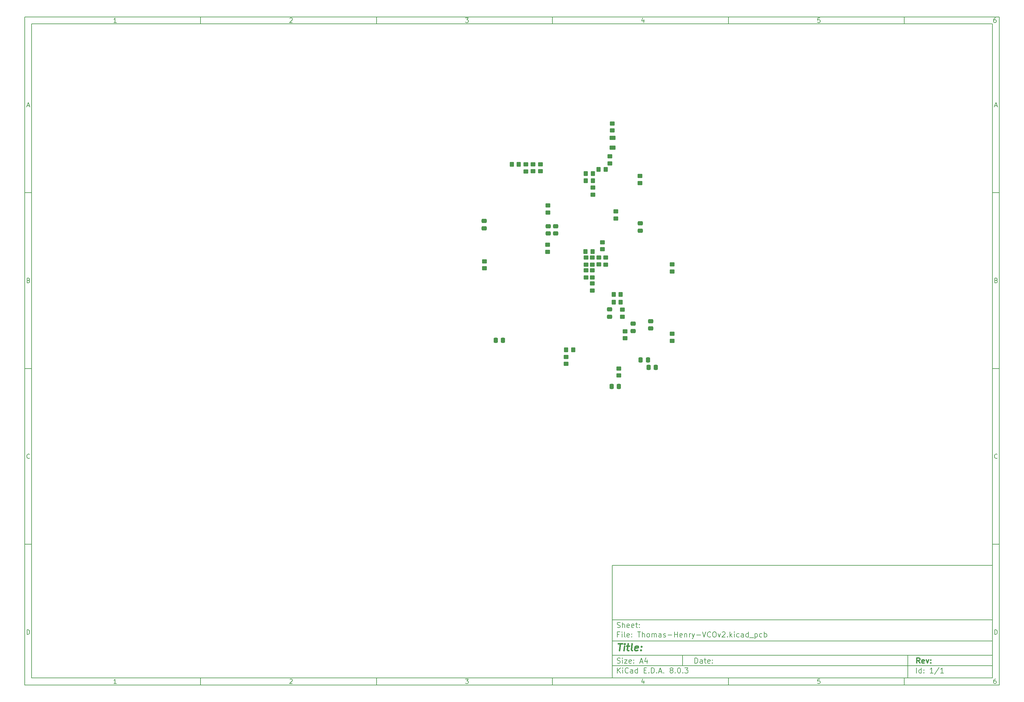
<source format=gbr>
%TF.GenerationSoftware,KiCad,Pcbnew,8.0.3*%
%TF.CreationDate,2024-12-05T20:13:47+00:00*%
%TF.ProjectId,Thomas-Henry-VCOv2,54686f6d-6173-42d4-9865-6e72792d5643,rev?*%
%TF.SameCoordinates,Original*%
%TF.FileFunction,Paste,Top*%
%TF.FilePolarity,Positive*%
%FSLAX46Y46*%
G04 Gerber Fmt 4.6, Leading zero omitted, Abs format (unit mm)*
G04 Created by KiCad (PCBNEW 8.0.3) date 2024-12-05 20:13:47*
%MOMM*%
%LPD*%
G01*
G04 APERTURE LIST*
G04 Aperture macros list*
%AMRoundRect*
0 Rectangle with rounded corners*
0 $1 Rounding radius*
0 $2 $3 $4 $5 $6 $7 $8 $9 X,Y pos of 4 corners*
0 Add a 4 corners polygon primitive as box body*
4,1,4,$2,$3,$4,$5,$6,$7,$8,$9,$2,$3,0*
0 Add four circle primitives for the rounded corners*
1,1,$1+$1,$2,$3*
1,1,$1+$1,$4,$5*
1,1,$1+$1,$6,$7*
1,1,$1+$1,$8,$9*
0 Add four rect primitives between the rounded corners*
20,1,$1+$1,$2,$3,$4,$5,0*
20,1,$1+$1,$4,$5,$6,$7,0*
20,1,$1+$1,$6,$7,$8,$9,0*
20,1,$1+$1,$8,$9,$2,$3,0*%
G04 Aperture macros list end*
%ADD10C,0.100000*%
%ADD11C,0.150000*%
%ADD12C,0.300000*%
%ADD13C,0.400000*%
%ADD14RoundRect,0.250000X-0.450000X0.350000X-0.450000X-0.350000X0.450000X-0.350000X0.450000X0.350000X0*%
%ADD15RoundRect,0.250000X0.350000X0.450000X-0.350000X0.450000X-0.350000X-0.450000X0.350000X-0.450000X0*%
%ADD16RoundRect,0.250000X0.450000X-0.350000X0.450000X0.350000X-0.450000X0.350000X-0.450000X-0.350000X0*%
%ADD17RoundRect,0.250000X0.475000X-0.337500X0.475000X0.337500X-0.475000X0.337500X-0.475000X-0.337500X0*%
%ADD18RoundRect,0.250000X-0.337500X-0.475000X0.337500X-0.475000X0.337500X0.475000X-0.337500X0.475000X0*%
%ADD19RoundRect,0.250000X-0.475000X0.337500X-0.475000X-0.337500X0.475000X-0.337500X0.475000X0.337500X0*%
%ADD20RoundRect,0.250000X0.337500X0.475000X-0.337500X0.475000X-0.337500X-0.475000X0.337500X-0.475000X0*%
%ADD21RoundRect,0.250000X0.625000X-0.375000X0.625000X0.375000X-0.625000X0.375000X-0.625000X-0.375000X0*%
G04 APERTURE END LIST*
D10*
D11*
X177002200Y-166007200D02*
X285002200Y-166007200D01*
X285002200Y-198007200D01*
X177002200Y-198007200D01*
X177002200Y-166007200D01*
D10*
D11*
X10000000Y-10000000D02*
X287002200Y-10000000D01*
X287002200Y-200007200D01*
X10000000Y-200007200D01*
X10000000Y-10000000D01*
D10*
D11*
X12000000Y-12000000D02*
X285002200Y-12000000D01*
X285002200Y-198007200D01*
X12000000Y-198007200D01*
X12000000Y-12000000D01*
D10*
D11*
X60000000Y-12000000D02*
X60000000Y-10000000D01*
D10*
D11*
X110000000Y-12000000D02*
X110000000Y-10000000D01*
D10*
D11*
X160000000Y-12000000D02*
X160000000Y-10000000D01*
D10*
D11*
X210000000Y-12000000D02*
X210000000Y-10000000D01*
D10*
D11*
X260000000Y-12000000D02*
X260000000Y-10000000D01*
D10*
D11*
X36089160Y-11593604D02*
X35346303Y-11593604D01*
X35717731Y-11593604D02*
X35717731Y-10293604D01*
X35717731Y-10293604D02*
X35593922Y-10479319D01*
X35593922Y-10479319D02*
X35470112Y-10603128D01*
X35470112Y-10603128D02*
X35346303Y-10665033D01*
D10*
D11*
X85346303Y-10417414D02*
X85408207Y-10355509D01*
X85408207Y-10355509D02*
X85532017Y-10293604D01*
X85532017Y-10293604D02*
X85841541Y-10293604D01*
X85841541Y-10293604D02*
X85965350Y-10355509D01*
X85965350Y-10355509D02*
X86027255Y-10417414D01*
X86027255Y-10417414D02*
X86089160Y-10541223D01*
X86089160Y-10541223D02*
X86089160Y-10665033D01*
X86089160Y-10665033D02*
X86027255Y-10850747D01*
X86027255Y-10850747D02*
X85284398Y-11593604D01*
X85284398Y-11593604D02*
X86089160Y-11593604D01*
D10*
D11*
X135284398Y-10293604D02*
X136089160Y-10293604D01*
X136089160Y-10293604D02*
X135655826Y-10788842D01*
X135655826Y-10788842D02*
X135841541Y-10788842D01*
X135841541Y-10788842D02*
X135965350Y-10850747D01*
X135965350Y-10850747D02*
X136027255Y-10912652D01*
X136027255Y-10912652D02*
X136089160Y-11036461D01*
X136089160Y-11036461D02*
X136089160Y-11345985D01*
X136089160Y-11345985D02*
X136027255Y-11469795D01*
X136027255Y-11469795D02*
X135965350Y-11531700D01*
X135965350Y-11531700D02*
X135841541Y-11593604D01*
X135841541Y-11593604D02*
X135470112Y-11593604D01*
X135470112Y-11593604D02*
X135346303Y-11531700D01*
X135346303Y-11531700D02*
X135284398Y-11469795D01*
D10*
D11*
X185965350Y-10726938D02*
X185965350Y-11593604D01*
X185655826Y-10231700D02*
X185346303Y-11160271D01*
X185346303Y-11160271D02*
X186151064Y-11160271D01*
D10*
D11*
X236027255Y-10293604D02*
X235408207Y-10293604D01*
X235408207Y-10293604D02*
X235346303Y-10912652D01*
X235346303Y-10912652D02*
X235408207Y-10850747D01*
X235408207Y-10850747D02*
X235532017Y-10788842D01*
X235532017Y-10788842D02*
X235841541Y-10788842D01*
X235841541Y-10788842D02*
X235965350Y-10850747D01*
X235965350Y-10850747D02*
X236027255Y-10912652D01*
X236027255Y-10912652D02*
X236089160Y-11036461D01*
X236089160Y-11036461D02*
X236089160Y-11345985D01*
X236089160Y-11345985D02*
X236027255Y-11469795D01*
X236027255Y-11469795D02*
X235965350Y-11531700D01*
X235965350Y-11531700D02*
X235841541Y-11593604D01*
X235841541Y-11593604D02*
X235532017Y-11593604D01*
X235532017Y-11593604D02*
X235408207Y-11531700D01*
X235408207Y-11531700D02*
X235346303Y-11469795D01*
D10*
D11*
X285965350Y-10293604D02*
X285717731Y-10293604D01*
X285717731Y-10293604D02*
X285593922Y-10355509D01*
X285593922Y-10355509D02*
X285532017Y-10417414D01*
X285532017Y-10417414D02*
X285408207Y-10603128D01*
X285408207Y-10603128D02*
X285346303Y-10850747D01*
X285346303Y-10850747D02*
X285346303Y-11345985D01*
X285346303Y-11345985D02*
X285408207Y-11469795D01*
X285408207Y-11469795D02*
X285470112Y-11531700D01*
X285470112Y-11531700D02*
X285593922Y-11593604D01*
X285593922Y-11593604D02*
X285841541Y-11593604D01*
X285841541Y-11593604D02*
X285965350Y-11531700D01*
X285965350Y-11531700D02*
X286027255Y-11469795D01*
X286027255Y-11469795D02*
X286089160Y-11345985D01*
X286089160Y-11345985D02*
X286089160Y-11036461D01*
X286089160Y-11036461D02*
X286027255Y-10912652D01*
X286027255Y-10912652D02*
X285965350Y-10850747D01*
X285965350Y-10850747D02*
X285841541Y-10788842D01*
X285841541Y-10788842D02*
X285593922Y-10788842D01*
X285593922Y-10788842D02*
X285470112Y-10850747D01*
X285470112Y-10850747D02*
X285408207Y-10912652D01*
X285408207Y-10912652D02*
X285346303Y-11036461D01*
D10*
D11*
X60000000Y-198007200D02*
X60000000Y-200007200D01*
D10*
D11*
X110000000Y-198007200D02*
X110000000Y-200007200D01*
D10*
D11*
X160000000Y-198007200D02*
X160000000Y-200007200D01*
D10*
D11*
X210000000Y-198007200D02*
X210000000Y-200007200D01*
D10*
D11*
X260000000Y-198007200D02*
X260000000Y-200007200D01*
D10*
D11*
X36089160Y-199600804D02*
X35346303Y-199600804D01*
X35717731Y-199600804D02*
X35717731Y-198300804D01*
X35717731Y-198300804D02*
X35593922Y-198486519D01*
X35593922Y-198486519D02*
X35470112Y-198610328D01*
X35470112Y-198610328D02*
X35346303Y-198672233D01*
D10*
D11*
X85346303Y-198424614D02*
X85408207Y-198362709D01*
X85408207Y-198362709D02*
X85532017Y-198300804D01*
X85532017Y-198300804D02*
X85841541Y-198300804D01*
X85841541Y-198300804D02*
X85965350Y-198362709D01*
X85965350Y-198362709D02*
X86027255Y-198424614D01*
X86027255Y-198424614D02*
X86089160Y-198548423D01*
X86089160Y-198548423D02*
X86089160Y-198672233D01*
X86089160Y-198672233D02*
X86027255Y-198857947D01*
X86027255Y-198857947D02*
X85284398Y-199600804D01*
X85284398Y-199600804D02*
X86089160Y-199600804D01*
D10*
D11*
X135284398Y-198300804D02*
X136089160Y-198300804D01*
X136089160Y-198300804D02*
X135655826Y-198796042D01*
X135655826Y-198796042D02*
X135841541Y-198796042D01*
X135841541Y-198796042D02*
X135965350Y-198857947D01*
X135965350Y-198857947D02*
X136027255Y-198919852D01*
X136027255Y-198919852D02*
X136089160Y-199043661D01*
X136089160Y-199043661D02*
X136089160Y-199353185D01*
X136089160Y-199353185D02*
X136027255Y-199476995D01*
X136027255Y-199476995D02*
X135965350Y-199538900D01*
X135965350Y-199538900D02*
X135841541Y-199600804D01*
X135841541Y-199600804D02*
X135470112Y-199600804D01*
X135470112Y-199600804D02*
X135346303Y-199538900D01*
X135346303Y-199538900D02*
X135284398Y-199476995D01*
D10*
D11*
X185965350Y-198734138D02*
X185965350Y-199600804D01*
X185655826Y-198238900D02*
X185346303Y-199167471D01*
X185346303Y-199167471D02*
X186151064Y-199167471D01*
D10*
D11*
X236027255Y-198300804D02*
X235408207Y-198300804D01*
X235408207Y-198300804D02*
X235346303Y-198919852D01*
X235346303Y-198919852D02*
X235408207Y-198857947D01*
X235408207Y-198857947D02*
X235532017Y-198796042D01*
X235532017Y-198796042D02*
X235841541Y-198796042D01*
X235841541Y-198796042D02*
X235965350Y-198857947D01*
X235965350Y-198857947D02*
X236027255Y-198919852D01*
X236027255Y-198919852D02*
X236089160Y-199043661D01*
X236089160Y-199043661D02*
X236089160Y-199353185D01*
X236089160Y-199353185D02*
X236027255Y-199476995D01*
X236027255Y-199476995D02*
X235965350Y-199538900D01*
X235965350Y-199538900D02*
X235841541Y-199600804D01*
X235841541Y-199600804D02*
X235532017Y-199600804D01*
X235532017Y-199600804D02*
X235408207Y-199538900D01*
X235408207Y-199538900D02*
X235346303Y-199476995D01*
D10*
D11*
X285965350Y-198300804D02*
X285717731Y-198300804D01*
X285717731Y-198300804D02*
X285593922Y-198362709D01*
X285593922Y-198362709D02*
X285532017Y-198424614D01*
X285532017Y-198424614D02*
X285408207Y-198610328D01*
X285408207Y-198610328D02*
X285346303Y-198857947D01*
X285346303Y-198857947D02*
X285346303Y-199353185D01*
X285346303Y-199353185D02*
X285408207Y-199476995D01*
X285408207Y-199476995D02*
X285470112Y-199538900D01*
X285470112Y-199538900D02*
X285593922Y-199600804D01*
X285593922Y-199600804D02*
X285841541Y-199600804D01*
X285841541Y-199600804D02*
X285965350Y-199538900D01*
X285965350Y-199538900D02*
X286027255Y-199476995D01*
X286027255Y-199476995D02*
X286089160Y-199353185D01*
X286089160Y-199353185D02*
X286089160Y-199043661D01*
X286089160Y-199043661D02*
X286027255Y-198919852D01*
X286027255Y-198919852D02*
X285965350Y-198857947D01*
X285965350Y-198857947D02*
X285841541Y-198796042D01*
X285841541Y-198796042D02*
X285593922Y-198796042D01*
X285593922Y-198796042D02*
X285470112Y-198857947D01*
X285470112Y-198857947D02*
X285408207Y-198919852D01*
X285408207Y-198919852D02*
X285346303Y-199043661D01*
D10*
D11*
X10000000Y-60000000D02*
X12000000Y-60000000D01*
D10*
D11*
X10000000Y-110000000D02*
X12000000Y-110000000D01*
D10*
D11*
X10000000Y-160000000D02*
X12000000Y-160000000D01*
D10*
D11*
X10690476Y-35222176D02*
X11309523Y-35222176D01*
X10566666Y-35593604D02*
X10999999Y-34293604D01*
X10999999Y-34293604D02*
X11433333Y-35593604D01*
D10*
D11*
X11092857Y-84912652D02*
X11278571Y-84974557D01*
X11278571Y-84974557D02*
X11340476Y-85036461D01*
X11340476Y-85036461D02*
X11402380Y-85160271D01*
X11402380Y-85160271D02*
X11402380Y-85345985D01*
X11402380Y-85345985D02*
X11340476Y-85469795D01*
X11340476Y-85469795D02*
X11278571Y-85531700D01*
X11278571Y-85531700D02*
X11154761Y-85593604D01*
X11154761Y-85593604D02*
X10659523Y-85593604D01*
X10659523Y-85593604D02*
X10659523Y-84293604D01*
X10659523Y-84293604D02*
X11092857Y-84293604D01*
X11092857Y-84293604D02*
X11216666Y-84355509D01*
X11216666Y-84355509D02*
X11278571Y-84417414D01*
X11278571Y-84417414D02*
X11340476Y-84541223D01*
X11340476Y-84541223D02*
X11340476Y-84665033D01*
X11340476Y-84665033D02*
X11278571Y-84788842D01*
X11278571Y-84788842D02*
X11216666Y-84850747D01*
X11216666Y-84850747D02*
X11092857Y-84912652D01*
X11092857Y-84912652D02*
X10659523Y-84912652D01*
D10*
D11*
X11402380Y-135469795D02*
X11340476Y-135531700D01*
X11340476Y-135531700D02*
X11154761Y-135593604D01*
X11154761Y-135593604D02*
X11030952Y-135593604D01*
X11030952Y-135593604D02*
X10845238Y-135531700D01*
X10845238Y-135531700D02*
X10721428Y-135407890D01*
X10721428Y-135407890D02*
X10659523Y-135284080D01*
X10659523Y-135284080D02*
X10597619Y-135036461D01*
X10597619Y-135036461D02*
X10597619Y-134850747D01*
X10597619Y-134850747D02*
X10659523Y-134603128D01*
X10659523Y-134603128D02*
X10721428Y-134479319D01*
X10721428Y-134479319D02*
X10845238Y-134355509D01*
X10845238Y-134355509D02*
X11030952Y-134293604D01*
X11030952Y-134293604D02*
X11154761Y-134293604D01*
X11154761Y-134293604D02*
X11340476Y-134355509D01*
X11340476Y-134355509D02*
X11402380Y-134417414D01*
D10*
D11*
X10659523Y-185593604D02*
X10659523Y-184293604D01*
X10659523Y-184293604D02*
X10969047Y-184293604D01*
X10969047Y-184293604D02*
X11154761Y-184355509D01*
X11154761Y-184355509D02*
X11278571Y-184479319D01*
X11278571Y-184479319D02*
X11340476Y-184603128D01*
X11340476Y-184603128D02*
X11402380Y-184850747D01*
X11402380Y-184850747D02*
X11402380Y-185036461D01*
X11402380Y-185036461D02*
X11340476Y-185284080D01*
X11340476Y-185284080D02*
X11278571Y-185407890D01*
X11278571Y-185407890D02*
X11154761Y-185531700D01*
X11154761Y-185531700D02*
X10969047Y-185593604D01*
X10969047Y-185593604D02*
X10659523Y-185593604D01*
D10*
D11*
X287002200Y-60000000D02*
X285002200Y-60000000D01*
D10*
D11*
X287002200Y-110000000D02*
X285002200Y-110000000D01*
D10*
D11*
X287002200Y-160000000D02*
X285002200Y-160000000D01*
D10*
D11*
X285692676Y-35222176D02*
X286311723Y-35222176D01*
X285568866Y-35593604D02*
X286002199Y-34293604D01*
X286002199Y-34293604D02*
X286435533Y-35593604D01*
D10*
D11*
X286095057Y-84912652D02*
X286280771Y-84974557D01*
X286280771Y-84974557D02*
X286342676Y-85036461D01*
X286342676Y-85036461D02*
X286404580Y-85160271D01*
X286404580Y-85160271D02*
X286404580Y-85345985D01*
X286404580Y-85345985D02*
X286342676Y-85469795D01*
X286342676Y-85469795D02*
X286280771Y-85531700D01*
X286280771Y-85531700D02*
X286156961Y-85593604D01*
X286156961Y-85593604D02*
X285661723Y-85593604D01*
X285661723Y-85593604D02*
X285661723Y-84293604D01*
X285661723Y-84293604D02*
X286095057Y-84293604D01*
X286095057Y-84293604D02*
X286218866Y-84355509D01*
X286218866Y-84355509D02*
X286280771Y-84417414D01*
X286280771Y-84417414D02*
X286342676Y-84541223D01*
X286342676Y-84541223D02*
X286342676Y-84665033D01*
X286342676Y-84665033D02*
X286280771Y-84788842D01*
X286280771Y-84788842D02*
X286218866Y-84850747D01*
X286218866Y-84850747D02*
X286095057Y-84912652D01*
X286095057Y-84912652D02*
X285661723Y-84912652D01*
D10*
D11*
X286404580Y-135469795D02*
X286342676Y-135531700D01*
X286342676Y-135531700D02*
X286156961Y-135593604D01*
X286156961Y-135593604D02*
X286033152Y-135593604D01*
X286033152Y-135593604D02*
X285847438Y-135531700D01*
X285847438Y-135531700D02*
X285723628Y-135407890D01*
X285723628Y-135407890D02*
X285661723Y-135284080D01*
X285661723Y-135284080D02*
X285599819Y-135036461D01*
X285599819Y-135036461D02*
X285599819Y-134850747D01*
X285599819Y-134850747D02*
X285661723Y-134603128D01*
X285661723Y-134603128D02*
X285723628Y-134479319D01*
X285723628Y-134479319D02*
X285847438Y-134355509D01*
X285847438Y-134355509D02*
X286033152Y-134293604D01*
X286033152Y-134293604D02*
X286156961Y-134293604D01*
X286156961Y-134293604D02*
X286342676Y-134355509D01*
X286342676Y-134355509D02*
X286404580Y-134417414D01*
D10*
D11*
X285661723Y-185593604D02*
X285661723Y-184293604D01*
X285661723Y-184293604D02*
X285971247Y-184293604D01*
X285971247Y-184293604D02*
X286156961Y-184355509D01*
X286156961Y-184355509D02*
X286280771Y-184479319D01*
X286280771Y-184479319D02*
X286342676Y-184603128D01*
X286342676Y-184603128D02*
X286404580Y-184850747D01*
X286404580Y-184850747D02*
X286404580Y-185036461D01*
X286404580Y-185036461D02*
X286342676Y-185284080D01*
X286342676Y-185284080D02*
X286280771Y-185407890D01*
X286280771Y-185407890D02*
X286156961Y-185531700D01*
X286156961Y-185531700D02*
X285971247Y-185593604D01*
X285971247Y-185593604D02*
X285661723Y-185593604D01*
D10*
D11*
X200458026Y-193793328D02*
X200458026Y-192293328D01*
X200458026Y-192293328D02*
X200815169Y-192293328D01*
X200815169Y-192293328D02*
X201029455Y-192364757D01*
X201029455Y-192364757D02*
X201172312Y-192507614D01*
X201172312Y-192507614D02*
X201243741Y-192650471D01*
X201243741Y-192650471D02*
X201315169Y-192936185D01*
X201315169Y-192936185D02*
X201315169Y-193150471D01*
X201315169Y-193150471D02*
X201243741Y-193436185D01*
X201243741Y-193436185D02*
X201172312Y-193579042D01*
X201172312Y-193579042D02*
X201029455Y-193721900D01*
X201029455Y-193721900D02*
X200815169Y-193793328D01*
X200815169Y-193793328D02*
X200458026Y-193793328D01*
X202600884Y-193793328D02*
X202600884Y-193007614D01*
X202600884Y-193007614D02*
X202529455Y-192864757D01*
X202529455Y-192864757D02*
X202386598Y-192793328D01*
X202386598Y-192793328D02*
X202100884Y-192793328D01*
X202100884Y-192793328D02*
X201958026Y-192864757D01*
X202600884Y-193721900D02*
X202458026Y-193793328D01*
X202458026Y-193793328D02*
X202100884Y-193793328D01*
X202100884Y-193793328D02*
X201958026Y-193721900D01*
X201958026Y-193721900D02*
X201886598Y-193579042D01*
X201886598Y-193579042D02*
X201886598Y-193436185D01*
X201886598Y-193436185D02*
X201958026Y-193293328D01*
X201958026Y-193293328D02*
X202100884Y-193221900D01*
X202100884Y-193221900D02*
X202458026Y-193221900D01*
X202458026Y-193221900D02*
X202600884Y-193150471D01*
X203100884Y-192793328D02*
X203672312Y-192793328D01*
X203315169Y-192293328D02*
X203315169Y-193579042D01*
X203315169Y-193579042D02*
X203386598Y-193721900D01*
X203386598Y-193721900D02*
X203529455Y-193793328D01*
X203529455Y-193793328D02*
X203672312Y-193793328D01*
X204743741Y-193721900D02*
X204600884Y-193793328D01*
X204600884Y-193793328D02*
X204315170Y-193793328D01*
X204315170Y-193793328D02*
X204172312Y-193721900D01*
X204172312Y-193721900D02*
X204100884Y-193579042D01*
X204100884Y-193579042D02*
X204100884Y-193007614D01*
X204100884Y-193007614D02*
X204172312Y-192864757D01*
X204172312Y-192864757D02*
X204315170Y-192793328D01*
X204315170Y-192793328D02*
X204600884Y-192793328D01*
X204600884Y-192793328D02*
X204743741Y-192864757D01*
X204743741Y-192864757D02*
X204815170Y-193007614D01*
X204815170Y-193007614D02*
X204815170Y-193150471D01*
X204815170Y-193150471D02*
X204100884Y-193293328D01*
X205458026Y-193650471D02*
X205529455Y-193721900D01*
X205529455Y-193721900D02*
X205458026Y-193793328D01*
X205458026Y-193793328D02*
X205386598Y-193721900D01*
X205386598Y-193721900D02*
X205458026Y-193650471D01*
X205458026Y-193650471D02*
X205458026Y-193793328D01*
X205458026Y-192864757D02*
X205529455Y-192936185D01*
X205529455Y-192936185D02*
X205458026Y-193007614D01*
X205458026Y-193007614D02*
X205386598Y-192936185D01*
X205386598Y-192936185D02*
X205458026Y-192864757D01*
X205458026Y-192864757D02*
X205458026Y-193007614D01*
D10*
D11*
X177002200Y-194507200D02*
X285002200Y-194507200D01*
D10*
D11*
X178458026Y-196593328D02*
X178458026Y-195093328D01*
X179315169Y-196593328D02*
X178672312Y-195736185D01*
X179315169Y-195093328D02*
X178458026Y-195950471D01*
X179958026Y-196593328D02*
X179958026Y-195593328D01*
X179958026Y-195093328D02*
X179886598Y-195164757D01*
X179886598Y-195164757D02*
X179958026Y-195236185D01*
X179958026Y-195236185D02*
X180029455Y-195164757D01*
X180029455Y-195164757D02*
X179958026Y-195093328D01*
X179958026Y-195093328D02*
X179958026Y-195236185D01*
X181529455Y-196450471D02*
X181458027Y-196521900D01*
X181458027Y-196521900D02*
X181243741Y-196593328D01*
X181243741Y-196593328D02*
X181100884Y-196593328D01*
X181100884Y-196593328D02*
X180886598Y-196521900D01*
X180886598Y-196521900D02*
X180743741Y-196379042D01*
X180743741Y-196379042D02*
X180672312Y-196236185D01*
X180672312Y-196236185D02*
X180600884Y-195950471D01*
X180600884Y-195950471D02*
X180600884Y-195736185D01*
X180600884Y-195736185D02*
X180672312Y-195450471D01*
X180672312Y-195450471D02*
X180743741Y-195307614D01*
X180743741Y-195307614D02*
X180886598Y-195164757D01*
X180886598Y-195164757D02*
X181100884Y-195093328D01*
X181100884Y-195093328D02*
X181243741Y-195093328D01*
X181243741Y-195093328D02*
X181458027Y-195164757D01*
X181458027Y-195164757D02*
X181529455Y-195236185D01*
X182815170Y-196593328D02*
X182815170Y-195807614D01*
X182815170Y-195807614D02*
X182743741Y-195664757D01*
X182743741Y-195664757D02*
X182600884Y-195593328D01*
X182600884Y-195593328D02*
X182315170Y-195593328D01*
X182315170Y-195593328D02*
X182172312Y-195664757D01*
X182815170Y-196521900D02*
X182672312Y-196593328D01*
X182672312Y-196593328D02*
X182315170Y-196593328D01*
X182315170Y-196593328D02*
X182172312Y-196521900D01*
X182172312Y-196521900D02*
X182100884Y-196379042D01*
X182100884Y-196379042D02*
X182100884Y-196236185D01*
X182100884Y-196236185D02*
X182172312Y-196093328D01*
X182172312Y-196093328D02*
X182315170Y-196021900D01*
X182315170Y-196021900D02*
X182672312Y-196021900D01*
X182672312Y-196021900D02*
X182815170Y-195950471D01*
X184172313Y-196593328D02*
X184172313Y-195093328D01*
X184172313Y-196521900D02*
X184029455Y-196593328D01*
X184029455Y-196593328D02*
X183743741Y-196593328D01*
X183743741Y-196593328D02*
X183600884Y-196521900D01*
X183600884Y-196521900D02*
X183529455Y-196450471D01*
X183529455Y-196450471D02*
X183458027Y-196307614D01*
X183458027Y-196307614D02*
X183458027Y-195879042D01*
X183458027Y-195879042D02*
X183529455Y-195736185D01*
X183529455Y-195736185D02*
X183600884Y-195664757D01*
X183600884Y-195664757D02*
X183743741Y-195593328D01*
X183743741Y-195593328D02*
X184029455Y-195593328D01*
X184029455Y-195593328D02*
X184172313Y-195664757D01*
X186029455Y-195807614D02*
X186529455Y-195807614D01*
X186743741Y-196593328D02*
X186029455Y-196593328D01*
X186029455Y-196593328D02*
X186029455Y-195093328D01*
X186029455Y-195093328D02*
X186743741Y-195093328D01*
X187386598Y-196450471D02*
X187458027Y-196521900D01*
X187458027Y-196521900D02*
X187386598Y-196593328D01*
X187386598Y-196593328D02*
X187315170Y-196521900D01*
X187315170Y-196521900D02*
X187386598Y-196450471D01*
X187386598Y-196450471D02*
X187386598Y-196593328D01*
X188100884Y-196593328D02*
X188100884Y-195093328D01*
X188100884Y-195093328D02*
X188458027Y-195093328D01*
X188458027Y-195093328D02*
X188672313Y-195164757D01*
X188672313Y-195164757D02*
X188815170Y-195307614D01*
X188815170Y-195307614D02*
X188886599Y-195450471D01*
X188886599Y-195450471D02*
X188958027Y-195736185D01*
X188958027Y-195736185D02*
X188958027Y-195950471D01*
X188958027Y-195950471D02*
X188886599Y-196236185D01*
X188886599Y-196236185D02*
X188815170Y-196379042D01*
X188815170Y-196379042D02*
X188672313Y-196521900D01*
X188672313Y-196521900D02*
X188458027Y-196593328D01*
X188458027Y-196593328D02*
X188100884Y-196593328D01*
X189600884Y-196450471D02*
X189672313Y-196521900D01*
X189672313Y-196521900D02*
X189600884Y-196593328D01*
X189600884Y-196593328D02*
X189529456Y-196521900D01*
X189529456Y-196521900D02*
X189600884Y-196450471D01*
X189600884Y-196450471D02*
X189600884Y-196593328D01*
X190243742Y-196164757D02*
X190958028Y-196164757D01*
X190100885Y-196593328D02*
X190600885Y-195093328D01*
X190600885Y-195093328D02*
X191100885Y-196593328D01*
X191600884Y-196450471D02*
X191672313Y-196521900D01*
X191672313Y-196521900D02*
X191600884Y-196593328D01*
X191600884Y-196593328D02*
X191529456Y-196521900D01*
X191529456Y-196521900D02*
X191600884Y-196450471D01*
X191600884Y-196450471D02*
X191600884Y-196593328D01*
X193672313Y-195736185D02*
X193529456Y-195664757D01*
X193529456Y-195664757D02*
X193458027Y-195593328D01*
X193458027Y-195593328D02*
X193386599Y-195450471D01*
X193386599Y-195450471D02*
X193386599Y-195379042D01*
X193386599Y-195379042D02*
X193458027Y-195236185D01*
X193458027Y-195236185D02*
X193529456Y-195164757D01*
X193529456Y-195164757D02*
X193672313Y-195093328D01*
X193672313Y-195093328D02*
X193958027Y-195093328D01*
X193958027Y-195093328D02*
X194100885Y-195164757D01*
X194100885Y-195164757D02*
X194172313Y-195236185D01*
X194172313Y-195236185D02*
X194243742Y-195379042D01*
X194243742Y-195379042D02*
X194243742Y-195450471D01*
X194243742Y-195450471D02*
X194172313Y-195593328D01*
X194172313Y-195593328D02*
X194100885Y-195664757D01*
X194100885Y-195664757D02*
X193958027Y-195736185D01*
X193958027Y-195736185D02*
X193672313Y-195736185D01*
X193672313Y-195736185D02*
X193529456Y-195807614D01*
X193529456Y-195807614D02*
X193458027Y-195879042D01*
X193458027Y-195879042D02*
X193386599Y-196021900D01*
X193386599Y-196021900D02*
X193386599Y-196307614D01*
X193386599Y-196307614D02*
X193458027Y-196450471D01*
X193458027Y-196450471D02*
X193529456Y-196521900D01*
X193529456Y-196521900D02*
X193672313Y-196593328D01*
X193672313Y-196593328D02*
X193958027Y-196593328D01*
X193958027Y-196593328D02*
X194100885Y-196521900D01*
X194100885Y-196521900D02*
X194172313Y-196450471D01*
X194172313Y-196450471D02*
X194243742Y-196307614D01*
X194243742Y-196307614D02*
X194243742Y-196021900D01*
X194243742Y-196021900D02*
X194172313Y-195879042D01*
X194172313Y-195879042D02*
X194100885Y-195807614D01*
X194100885Y-195807614D02*
X193958027Y-195736185D01*
X194886598Y-196450471D02*
X194958027Y-196521900D01*
X194958027Y-196521900D02*
X194886598Y-196593328D01*
X194886598Y-196593328D02*
X194815170Y-196521900D01*
X194815170Y-196521900D02*
X194886598Y-196450471D01*
X194886598Y-196450471D02*
X194886598Y-196593328D01*
X195886599Y-195093328D02*
X196029456Y-195093328D01*
X196029456Y-195093328D02*
X196172313Y-195164757D01*
X196172313Y-195164757D02*
X196243742Y-195236185D01*
X196243742Y-195236185D02*
X196315170Y-195379042D01*
X196315170Y-195379042D02*
X196386599Y-195664757D01*
X196386599Y-195664757D02*
X196386599Y-196021900D01*
X196386599Y-196021900D02*
X196315170Y-196307614D01*
X196315170Y-196307614D02*
X196243742Y-196450471D01*
X196243742Y-196450471D02*
X196172313Y-196521900D01*
X196172313Y-196521900D02*
X196029456Y-196593328D01*
X196029456Y-196593328D02*
X195886599Y-196593328D01*
X195886599Y-196593328D02*
X195743742Y-196521900D01*
X195743742Y-196521900D02*
X195672313Y-196450471D01*
X195672313Y-196450471D02*
X195600884Y-196307614D01*
X195600884Y-196307614D02*
X195529456Y-196021900D01*
X195529456Y-196021900D02*
X195529456Y-195664757D01*
X195529456Y-195664757D02*
X195600884Y-195379042D01*
X195600884Y-195379042D02*
X195672313Y-195236185D01*
X195672313Y-195236185D02*
X195743742Y-195164757D01*
X195743742Y-195164757D02*
X195886599Y-195093328D01*
X197029455Y-196450471D02*
X197100884Y-196521900D01*
X197100884Y-196521900D02*
X197029455Y-196593328D01*
X197029455Y-196593328D02*
X196958027Y-196521900D01*
X196958027Y-196521900D02*
X197029455Y-196450471D01*
X197029455Y-196450471D02*
X197029455Y-196593328D01*
X197600884Y-195093328D02*
X198529456Y-195093328D01*
X198529456Y-195093328D02*
X198029456Y-195664757D01*
X198029456Y-195664757D02*
X198243741Y-195664757D01*
X198243741Y-195664757D02*
X198386599Y-195736185D01*
X198386599Y-195736185D02*
X198458027Y-195807614D01*
X198458027Y-195807614D02*
X198529456Y-195950471D01*
X198529456Y-195950471D02*
X198529456Y-196307614D01*
X198529456Y-196307614D02*
X198458027Y-196450471D01*
X198458027Y-196450471D02*
X198386599Y-196521900D01*
X198386599Y-196521900D02*
X198243741Y-196593328D01*
X198243741Y-196593328D02*
X197815170Y-196593328D01*
X197815170Y-196593328D02*
X197672313Y-196521900D01*
X197672313Y-196521900D02*
X197600884Y-196450471D01*
D10*
D11*
X177002200Y-191507200D02*
X285002200Y-191507200D01*
D10*
D12*
X264413853Y-193785528D02*
X263913853Y-193071242D01*
X263556710Y-193785528D02*
X263556710Y-192285528D01*
X263556710Y-192285528D02*
X264128139Y-192285528D01*
X264128139Y-192285528D02*
X264270996Y-192356957D01*
X264270996Y-192356957D02*
X264342425Y-192428385D01*
X264342425Y-192428385D02*
X264413853Y-192571242D01*
X264413853Y-192571242D02*
X264413853Y-192785528D01*
X264413853Y-192785528D02*
X264342425Y-192928385D01*
X264342425Y-192928385D02*
X264270996Y-192999814D01*
X264270996Y-192999814D02*
X264128139Y-193071242D01*
X264128139Y-193071242D02*
X263556710Y-193071242D01*
X265628139Y-193714100D02*
X265485282Y-193785528D01*
X265485282Y-193785528D02*
X265199568Y-193785528D01*
X265199568Y-193785528D02*
X265056710Y-193714100D01*
X265056710Y-193714100D02*
X264985282Y-193571242D01*
X264985282Y-193571242D02*
X264985282Y-192999814D01*
X264985282Y-192999814D02*
X265056710Y-192856957D01*
X265056710Y-192856957D02*
X265199568Y-192785528D01*
X265199568Y-192785528D02*
X265485282Y-192785528D01*
X265485282Y-192785528D02*
X265628139Y-192856957D01*
X265628139Y-192856957D02*
X265699568Y-192999814D01*
X265699568Y-192999814D02*
X265699568Y-193142671D01*
X265699568Y-193142671D02*
X264985282Y-193285528D01*
X266199567Y-192785528D02*
X266556710Y-193785528D01*
X266556710Y-193785528D02*
X266913853Y-192785528D01*
X267485281Y-193642671D02*
X267556710Y-193714100D01*
X267556710Y-193714100D02*
X267485281Y-193785528D01*
X267485281Y-193785528D02*
X267413853Y-193714100D01*
X267413853Y-193714100D02*
X267485281Y-193642671D01*
X267485281Y-193642671D02*
X267485281Y-193785528D01*
X267485281Y-192856957D02*
X267556710Y-192928385D01*
X267556710Y-192928385D02*
X267485281Y-192999814D01*
X267485281Y-192999814D02*
X267413853Y-192928385D01*
X267413853Y-192928385D02*
X267485281Y-192856957D01*
X267485281Y-192856957D02*
X267485281Y-192999814D01*
D10*
D11*
X178386598Y-193721900D02*
X178600884Y-193793328D01*
X178600884Y-193793328D02*
X178958026Y-193793328D01*
X178958026Y-193793328D02*
X179100884Y-193721900D01*
X179100884Y-193721900D02*
X179172312Y-193650471D01*
X179172312Y-193650471D02*
X179243741Y-193507614D01*
X179243741Y-193507614D02*
X179243741Y-193364757D01*
X179243741Y-193364757D02*
X179172312Y-193221900D01*
X179172312Y-193221900D02*
X179100884Y-193150471D01*
X179100884Y-193150471D02*
X178958026Y-193079042D01*
X178958026Y-193079042D02*
X178672312Y-193007614D01*
X178672312Y-193007614D02*
X178529455Y-192936185D01*
X178529455Y-192936185D02*
X178458026Y-192864757D01*
X178458026Y-192864757D02*
X178386598Y-192721900D01*
X178386598Y-192721900D02*
X178386598Y-192579042D01*
X178386598Y-192579042D02*
X178458026Y-192436185D01*
X178458026Y-192436185D02*
X178529455Y-192364757D01*
X178529455Y-192364757D02*
X178672312Y-192293328D01*
X178672312Y-192293328D02*
X179029455Y-192293328D01*
X179029455Y-192293328D02*
X179243741Y-192364757D01*
X179886597Y-193793328D02*
X179886597Y-192793328D01*
X179886597Y-192293328D02*
X179815169Y-192364757D01*
X179815169Y-192364757D02*
X179886597Y-192436185D01*
X179886597Y-192436185D02*
X179958026Y-192364757D01*
X179958026Y-192364757D02*
X179886597Y-192293328D01*
X179886597Y-192293328D02*
X179886597Y-192436185D01*
X180458026Y-192793328D02*
X181243741Y-192793328D01*
X181243741Y-192793328D02*
X180458026Y-193793328D01*
X180458026Y-193793328D02*
X181243741Y-193793328D01*
X182386598Y-193721900D02*
X182243741Y-193793328D01*
X182243741Y-193793328D02*
X181958027Y-193793328D01*
X181958027Y-193793328D02*
X181815169Y-193721900D01*
X181815169Y-193721900D02*
X181743741Y-193579042D01*
X181743741Y-193579042D02*
X181743741Y-193007614D01*
X181743741Y-193007614D02*
X181815169Y-192864757D01*
X181815169Y-192864757D02*
X181958027Y-192793328D01*
X181958027Y-192793328D02*
X182243741Y-192793328D01*
X182243741Y-192793328D02*
X182386598Y-192864757D01*
X182386598Y-192864757D02*
X182458027Y-193007614D01*
X182458027Y-193007614D02*
X182458027Y-193150471D01*
X182458027Y-193150471D02*
X181743741Y-193293328D01*
X183100883Y-193650471D02*
X183172312Y-193721900D01*
X183172312Y-193721900D02*
X183100883Y-193793328D01*
X183100883Y-193793328D02*
X183029455Y-193721900D01*
X183029455Y-193721900D02*
X183100883Y-193650471D01*
X183100883Y-193650471D02*
X183100883Y-193793328D01*
X183100883Y-192864757D02*
X183172312Y-192936185D01*
X183172312Y-192936185D02*
X183100883Y-193007614D01*
X183100883Y-193007614D02*
X183029455Y-192936185D01*
X183029455Y-192936185D02*
X183100883Y-192864757D01*
X183100883Y-192864757D02*
X183100883Y-193007614D01*
X184886598Y-193364757D02*
X185600884Y-193364757D01*
X184743741Y-193793328D02*
X185243741Y-192293328D01*
X185243741Y-192293328D02*
X185743741Y-193793328D01*
X186886598Y-192793328D02*
X186886598Y-193793328D01*
X186529455Y-192221900D02*
X186172312Y-193293328D01*
X186172312Y-193293328D02*
X187100883Y-193293328D01*
D10*
D11*
X263458026Y-196593328D02*
X263458026Y-195093328D01*
X264815170Y-196593328D02*
X264815170Y-195093328D01*
X264815170Y-196521900D02*
X264672312Y-196593328D01*
X264672312Y-196593328D02*
X264386598Y-196593328D01*
X264386598Y-196593328D02*
X264243741Y-196521900D01*
X264243741Y-196521900D02*
X264172312Y-196450471D01*
X264172312Y-196450471D02*
X264100884Y-196307614D01*
X264100884Y-196307614D02*
X264100884Y-195879042D01*
X264100884Y-195879042D02*
X264172312Y-195736185D01*
X264172312Y-195736185D02*
X264243741Y-195664757D01*
X264243741Y-195664757D02*
X264386598Y-195593328D01*
X264386598Y-195593328D02*
X264672312Y-195593328D01*
X264672312Y-195593328D02*
X264815170Y-195664757D01*
X265529455Y-196450471D02*
X265600884Y-196521900D01*
X265600884Y-196521900D02*
X265529455Y-196593328D01*
X265529455Y-196593328D02*
X265458027Y-196521900D01*
X265458027Y-196521900D02*
X265529455Y-196450471D01*
X265529455Y-196450471D02*
X265529455Y-196593328D01*
X265529455Y-195664757D02*
X265600884Y-195736185D01*
X265600884Y-195736185D02*
X265529455Y-195807614D01*
X265529455Y-195807614D02*
X265458027Y-195736185D01*
X265458027Y-195736185D02*
X265529455Y-195664757D01*
X265529455Y-195664757D02*
X265529455Y-195807614D01*
X268172313Y-196593328D02*
X267315170Y-196593328D01*
X267743741Y-196593328D02*
X267743741Y-195093328D01*
X267743741Y-195093328D02*
X267600884Y-195307614D01*
X267600884Y-195307614D02*
X267458027Y-195450471D01*
X267458027Y-195450471D02*
X267315170Y-195521900D01*
X269886598Y-195021900D02*
X268600884Y-196950471D01*
X271172313Y-196593328D02*
X270315170Y-196593328D01*
X270743741Y-196593328D02*
X270743741Y-195093328D01*
X270743741Y-195093328D02*
X270600884Y-195307614D01*
X270600884Y-195307614D02*
X270458027Y-195450471D01*
X270458027Y-195450471D02*
X270315170Y-195521900D01*
D10*
D11*
X177002200Y-187507200D02*
X285002200Y-187507200D01*
D10*
D13*
X178693928Y-188211638D02*
X179836785Y-188211638D01*
X179015357Y-190211638D02*
X179265357Y-188211638D01*
X180253452Y-190211638D02*
X180420119Y-188878304D01*
X180503452Y-188211638D02*
X180396309Y-188306876D01*
X180396309Y-188306876D02*
X180479643Y-188402114D01*
X180479643Y-188402114D02*
X180586786Y-188306876D01*
X180586786Y-188306876D02*
X180503452Y-188211638D01*
X180503452Y-188211638D02*
X180479643Y-188402114D01*
X181086786Y-188878304D02*
X181848690Y-188878304D01*
X181455833Y-188211638D02*
X181241548Y-189925923D01*
X181241548Y-189925923D02*
X181312976Y-190116400D01*
X181312976Y-190116400D02*
X181491548Y-190211638D01*
X181491548Y-190211638D02*
X181682024Y-190211638D01*
X182634405Y-190211638D02*
X182455833Y-190116400D01*
X182455833Y-190116400D02*
X182384405Y-189925923D01*
X182384405Y-189925923D02*
X182598690Y-188211638D01*
X184170119Y-190116400D02*
X183967738Y-190211638D01*
X183967738Y-190211638D02*
X183586785Y-190211638D01*
X183586785Y-190211638D02*
X183408214Y-190116400D01*
X183408214Y-190116400D02*
X183336785Y-189925923D01*
X183336785Y-189925923D02*
X183432024Y-189164019D01*
X183432024Y-189164019D02*
X183551071Y-188973542D01*
X183551071Y-188973542D02*
X183753452Y-188878304D01*
X183753452Y-188878304D02*
X184134404Y-188878304D01*
X184134404Y-188878304D02*
X184312976Y-188973542D01*
X184312976Y-188973542D02*
X184384404Y-189164019D01*
X184384404Y-189164019D02*
X184360595Y-189354495D01*
X184360595Y-189354495D02*
X183384404Y-189544971D01*
X185134405Y-190021161D02*
X185217738Y-190116400D01*
X185217738Y-190116400D02*
X185110595Y-190211638D01*
X185110595Y-190211638D02*
X185027262Y-190116400D01*
X185027262Y-190116400D02*
X185134405Y-190021161D01*
X185134405Y-190021161D02*
X185110595Y-190211638D01*
X185265357Y-188973542D02*
X185348690Y-189068780D01*
X185348690Y-189068780D02*
X185241548Y-189164019D01*
X185241548Y-189164019D02*
X185158214Y-189068780D01*
X185158214Y-189068780D02*
X185265357Y-188973542D01*
X185265357Y-188973542D02*
X185241548Y-189164019D01*
D10*
D11*
X178958026Y-185607614D02*
X178458026Y-185607614D01*
X178458026Y-186393328D02*
X178458026Y-184893328D01*
X178458026Y-184893328D02*
X179172312Y-184893328D01*
X179743740Y-186393328D02*
X179743740Y-185393328D01*
X179743740Y-184893328D02*
X179672312Y-184964757D01*
X179672312Y-184964757D02*
X179743740Y-185036185D01*
X179743740Y-185036185D02*
X179815169Y-184964757D01*
X179815169Y-184964757D02*
X179743740Y-184893328D01*
X179743740Y-184893328D02*
X179743740Y-185036185D01*
X180672312Y-186393328D02*
X180529455Y-186321900D01*
X180529455Y-186321900D02*
X180458026Y-186179042D01*
X180458026Y-186179042D02*
X180458026Y-184893328D01*
X181815169Y-186321900D02*
X181672312Y-186393328D01*
X181672312Y-186393328D02*
X181386598Y-186393328D01*
X181386598Y-186393328D02*
X181243740Y-186321900D01*
X181243740Y-186321900D02*
X181172312Y-186179042D01*
X181172312Y-186179042D02*
X181172312Y-185607614D01*
X181172312Y-185607614D02*
X181243740Y-185464757D01*
X181243740Y-185464757D02*
X181386598Y-185393328D01*
X181386598Y-185393328D02*
X181672312Y-185393328D01*
X181672312Y-185393328D02*
X181815169Y-185464757D01*
X181815169Y-185464757D02*
X181886598Y-185607614D01*
X181886598Y-185607614D02*
X181886598Y-185750471D01*
X181886598Y-185750471D02*
X181172312Y-185893328D01*
X182529454Y-186250471D02*
X182600883Y-186321900D01*
X182600883Y-186321900D02*
X182529454Y-186393328D01*
X182529454Y-186393328D02*
X182458026Y-186321900D01*
X182458026Y-186321900D02*
X182529454Y-186250471D01*
X182529454Y-186250471D02*
X182529454Y-186393328D01*
X182529454Y-185464757D02*
X182600883Y-185536185D01*
X182600883Y-185536185D02*
X182529454Y-185607614D01*
X182529454Y-185607614D02*
X182458026Y-185536185D01*
X182458026Y-185536185D02*
X182529454Y-185464757D01*
X182529454Y-185464757D02*
X182529454Y-185607614D01*
X184172312Y-184893328D02*
X185029455Y-184893328D01*
X184600883Y-186393328D02*
X184600883Y-184893328D01*
X185529454Y-186393328D02*
X185529454Y-184893328D01*
X186172312Y-186393328D02*
X186172312Y-185607614D01*
X186172312Y-185607614D02*
X186100883Y-185464757D01*
X186100883Y-185464757D02*
X185958026Y-185393328D01*
X185958026Y-185393328D02*
X185743740Y-185393328D01*
X185743740Y-185393328D02*
X185600883Y-185464757D01*
X185600883Y-185464757D02*
X185529454Y-185536185D01*
X187100883Y-186393328D02*
X186958026Y-186321900D01*
X186958026Y-186321900D02*
X186886597Y-186250471D01*
X186886597Y-186250471D02*
X186815169Y-186107614D01*
X186815169Y-186107614D02*
X186815169Y-185679042D01*
X186815169Y-185679042D02*
X186886597Y-185536185D01*
X186886597Y-185536185D02*
X186958026Y-185464757D01*
X186958026Y-185464757D02*
X187100883Y-185393328D01*
X187100883Y-185393328D02*
X187315169Y-185393328D01*
X187315169Y-185393328D02*
X187458026Y-185464757D01*
X187458026Y-185464757D02*
X187529455Y-185536185D01*
X187529455Y-185536185D02*
X187600883Y-185679042D01*
X187600883Y-185679042D02*
X187600883Y-186107614D01*
X187600883Y-186107614D02*
X187529455Y-186250471D01*
X187529455Y-186250471D02*
X187458026Y-186321900D01*
X187458026Y-186321900D02*
X187315169Y-186393328D01*
X187315169Y-186393328D02*
X187100883Y-186393328D01*
X188243740Y-186393328D02*
X188243740Y-185393328D01*
X188243740Y-185536185D02*
X188315169Y-185464757D01*
X188315169Y-185464757D02*
X188458026Y-185393328D01*
X188458026Y-185393328D02*
X188672312Y-185393328D01*
X188672312Y-185393328D02*
X188815169Y-185464757D01*
X188815169Y-185464757D02*
X188886598Y-185607614D01*
X188886598Y-185607614D02*
X188886598Y-186393328D01*
X188886598Y-185607614D02*
X188958026Y-185464757D01*
X188958026Y-185464757D02*
X189100883Y-185393328D01*
X189100883Y-185393328D02*
X189315169Y-185393328D01*
X189315169Y-185393328D02*
X189458026Y-185464757D01*
X189458026Y-185464757D02*
X189529455Y-185607614D01*
X189529455Y-185607614D02*
X189529455Y-186393328D01*
X190886598Y-186393328D02*
X190886598Y-185607614D01*
X190886598Y-185607614D02*
X190815169Y-185464757D01*
X190815169Y-185464757D02*
X190672312Y-185393328D01*
X190672312Y-185393328D02*
X190386598Y-185393328D01*
X190386598Y-185393328D02*
X190243740Y-185464757D01*
X190886598Y-186321900D02*
X190743740Y-186393328D01*
X190743740Y-186393328D02*
X190386598Y-186393328D01*
X190386598Y-186393328D02*
X190243740Y-186321900D01*
X190243740Y-186321900D02*
X190172312Y-186179042D01*
X190172312Y-186179042D02*
X190172312Y-186036185D01*
X190172312Y-186036185D02*
X190243740Y-185893328D01*
X190243740Y-185893328D02*
X190386598Y-185821900D01*
X190386598Y-185821900D02*
X190743740Y-185821900D01*
X190743740Y-185821900D02*
X190886598Y-185750471D01*
X191529455Y-186321900D02*
X191672312Y-186393328D01*
X191672312Y-186393328D02*
X191958026Y-186393328D01*
X191958026Y-186393328D02*
X192100883Y-186321900D01*
X192100883Y-186321900D02*
X192172312Y-186179042D01*
X192172312Y-186179042D02*
X192172312Y-186107614D01*
X192172312Y-186107614D02*
X192100883Y-185964757D01*
X192100883Y-185964757D02*
X191958026Y-185893328D01*
X191958026Y-185893328D02*
X191743741Y-185893328D01*
X191743741Y-185893328D02*
X191600883Y-185821900D01*
X191600883Y-185821900D02*
X191529455Y-185679042D01*
X191529455Y-185679042D02*
X191529455Y-185607614D01*
X191529455Y-185607614D02*
X191600883Y-185464757D01*
X191600883Y-185464757D02*
X191743741Y-185393328D01*
X191743741Y-185393328D02*
X191958026Y-185393328D01*
X191958026Y-185393328D02*
X192100883Y-185464757D01*
X192815169Y-185821900D02*
X193958027Y-185821900D01*
X194672312Y-186393328D02*
X194672312Y-184893328D01*
X194672312Y-185607614D02*
X195529455Y-185607614D01*
X195529455Y-186393328D02*
X195529455Y-184893328D01*
X196815170Y-186321900D02*
X196672313Y-186393328D01*
X196672313Y-186393328D02*
X196386599Y-186393328D01*
X196386599Y-186393328D02*
X196243741Y-186321900D01*
X196243741Y-186321900D02*
X196172313Y-186179042D01*
X196172313Y-186179042D02*
X196172313Y-185607614D01*
X196172313Y-185607614D02*
X196243741Y-185464757D01*
X196243741Y-185464757D02*
X196386599Y-185393328D01*
X196386599Y-185393328D02*
X196672313Y-185393328D01*
X196672313Y-185393328D02*
X196815170Y-185464757D01*
X196815170Y-185464757D02*
X196886599Y-185607614D01*
X196886599Y-185607614D02*
X196886599Y-185750471D01*
X196886599Y-185750471D02*
X196172313Y-185893328D01*
X197529455Y-185393328D02*
X197529455Y-186393328D01*
X197529455Y-185536185D02*
X197600884Y-185464757D01*
X197600884Y-185464757D02*
X197743741Y-185393328D01*
X197743741Y-185393328D02*
X197958027Y-185393328D01*
X197958027Y-185393328D02*
X198100884Y-185464757D01*
X198100884Y-185464757D02*
X198172313Y-185607614D01*
X198172313Y-185607614D02*
X198172313Y-186393328D01*
X198886598Y-186393328D02*
X198886598Y-185393328D01*
X198886598Y-185679042D02*
X198958027Y-185536185D01*
X198958027Y-185536185D02*
X199029456Y-185464757D01*
X199029456Y-185464757D02*
X199172313Y-185393328D01*
X199172313Y-185393328D02*
X199315170Y-185393328D01*
X199672312Y-185393328D02*
X200029455Y-186393328D01*
X200386598Y-185393328D02*
X200029455Y-186393328D01*
X200029455Y-186393328D02*
X199886598Y-186750471D01*
X199886598Y-186750471D02*
X199815169Y-186821900D01*
X199815169Y-186821900D02*
X199672312Y-186893328D01*
X200958026Y-185821900D02*
X202100884Y-185821900D01*
X202600884Y-184893328D02*
X203100884Y-186393328D01*
X203100884Y-186393328D02*
X203600884Y-184893328D01*
X204958026Y-186250471D02*
X204886598Y-186321900D01*
X204886598Y-186321900D02*
X204672312Y-186393328D01*
X204672312Y-186393328D02*
X204529455Y-186393328D01*
X204529455Y-186393328D02*
X204315169Y-186321900D01*
X204315169Y-186321900D02*
X204172312Y-186179042D01*
X204172312Y-186179042D02*
X204100883Y-186036185D01*
X204100883Y-186036185D02*
X204029455Y-185750471D01*
X204029455Y-185750471D02*
X204029455Y-185536185D01*
X204029455Y-185536185D02*
X204100883Y-185250471D01*
X204100883Y-185250471D02*
X204172312Y-185107614D01*
X204172312Y-185107614D02*
X204315169Y-184964757D01*
X204315169Y-184964757D02*
X204529455Y-184893328D01*
X204529455Y-184893328D02*
X204672312Y-184893328D01*
X204672312Y-184893328D02*
X204886598Y-184964757D01*
X204886598Y-184964757D02*
X204958026Y-185036185D01*
X205886598Y-184893328D02*
X206172312Y-184893328D01*
X206172312Y-184893328D02*
X206315169Y-184964757D01*
X206315169Y-184964757D02*
X206458026Y-185107614D01*
X206458026Y-185107614D02*
X206529455Y-185393328D01*
X206529455Y-185393328D02*
X206529455Y-185893328D01*
X206529455Y-185893328D02*
X206458026Y-186179042D01*
X206458026Y-186179042D02*
X206315169Y-186321900D01*
X206315169Y-186321900D02*
X206172312Y-186393328D01*
X206172312Y-186393328D02*
X205886598Y-186393328D01*
X205886598Y-186393328D02*
X205743741Y-186321900D01*
X205743741Y-186321900D02*
X205600883Y-186179042D01*
X205600883Y-186179042D02*
X205529455Y-185893328D01*
X205529455Y-185893328D02*
X205529455Y-185393328D01*
X205529455Y-185393328D02*
X205600883Y-185107614D01*
X205600883Y-185107614D02*
X205743741Y-184964757D01*
X205743741Y-184964757D02*
X205886598Y-184893328D01*
X207029455Y-185393328D02*
X207386598Y-186393328D01*
X207386598Y-186393328D02*
X207743741Y-185393328D01*
X208243741Y-185036185D02*
X208315169Y-184964757D01*
X208315169Y-184964757D02*
X208458027Y-184893328D01*
X208458027Y-184893328D02*
X208815169Y-184893328D01*
X208815169Y-184893328D02*
X208958027Y-184964757D01*
X208958027Y-184964757D02*
X209029455Y-185036185D01*
X209029455Y-185036185D02*
X209100884Y-185179042D01*
X209100884Y-185179042D02*
X209100884Y-185321900D01*
X209100884Y-185321900D02*
X209029455Y-185536185D01*
X209029455Y-185536185D02*
X208172312Y-186393328D01*
X208172312Y-186393328D02*
X209100884Y-186393328D01*
X209743740Y-186250471D02*
X209815169Y-186321900D01*
X209815169Y-186321900D02*
X209743740Y-186393328D01*
X209743740Y-186393328D02*
X209672312Y-186321900D01*
X209672312Y-186321900D02*
X209743740Y-186250471D01*
X209743740Y-186250471D02*
X209743740Y-186393328D01*
X210458026Y-186393328D02*
X210458026Y-184893328D01*
X210600884Y-185821900D02*
X211029455Y-186393328D01*
X211029455Y-185393328D02*
X210458026Y-185964757D01*
X211672312Y-186393328D02*
X211672312Y-185393328D01*
X211672312Y-184893328D02*
X211600884Y-184964757D01*
X211600884Y-184964757D02*
X211672312Y-185036185D01*
X211672312Y-185036185D02*
X211743741Y-184964757D01*
X211743741Y-184964757D02*
X211672312Y-184893328D01*
X211672312Y-184893328D02*
X211672312Y-185036185D01*
X213029456Y-186321900D02*
X212886598Y-186393328D01*
X212886598Y-186393328D02*
X212600884Y-186393328D01*
X212600884Y-186393328D02*
X212458027Y-186321900D01*
X212458027Y-186321900D02*
X212386598Y-186250471D01*
X212386598Y-186250471D02*
X212315170Y-186107614D01*
X212315170Y-186107614D02*
X212315170Y-185679042D01*
X212315170Y-185679042D02*
X212386598Y-185536185D01*
X212386598Y-185536185D02*
X212458027Y-185464757D01*
X212458027Y-185464757D02*
X212600884Y-185393328D01*
X212600884Y-185393328D02*
X212886598Y-185393328D01*
X212886598Y-185393328D02*
X213029456Y-185464757D01*
X214315170Y-186393328D02*
X214315170Y-185607614D01*
X214315170Y-185607614D02*
X214243741Y-185464757D01*
X214243741Y-185464757D02*
X214100884Y-185393328D01*
X214100884Y-185393328D02*
X213815170Y-185393328D01*
X213815170Y-185393328D02*
X213672312Y-185464757D01*
X214315170Y-186321900D02*
X214172312Y-186393328D01*
X214172312Y-186393328D02*
X213815170Y-186393328D01*
X213815170Y-186393328D02*
X213672312Y-186321900D01*
X213672312Y-186321900D02*
X213600884Y-186179042D01*
X213600884Y-186179042D02*
X213600884Y-186036185D01*
X213600884Y-186036185D02*
X213672312Y-185893328D01*
X213672312Y-185893328D02*
X213815170Y-185821900D01*
X213815170Y-185821900D02*
X214172312Y-185821900D01*
X214172312Y-185821900D02*
X214315170Y-185750471D01*
X215672313Y-186393328D02*
X215672313Y-184893328D01*
X215672313Y-186321900D02*
X215529455Y-186393328D01*
X215529455Y-186393328D02*
X215243741Y-186393328D01*
X215243741Y-186393328D02*
X215100884Y-186321900D01*
X215100884Y-186321900D02*
X215029455Y-186250471D01*
X215029455Y-186250471D02*
X214958027Y-186107614D01*
X214958027Y-186107614D02*
X214958027Y-185679042D01*
X214958027Y-185679042D02*
X215029455Y-185536185D01*
X215029455Y-185536185D02*
X215100884Y-185464757D01*
X215100884Y-185464757D02*
X215243741Y-185393328D01*
X215243741Y-185393328D02*
X215529455Y-185393328D01*
X215529455Y-185393328D02*
X215672313Y-185464757D01*
X216029456Y-186536185D02*
X217172313Y-186536185D01*
X217529455Y-185393328D02*
X217529455Y-186893328D01*
X217529455Y-185464757D02*
X217672313Y-185393328D01*
X217672313Y-185393328D02*
X217958027Y-185393328D01*
X217958027Y-185393328D02*
X218100884Y-185464757D01*
X218100884Y-185464757D02*
X218172313Y-185536185D01*
X218172313Y-185536185D02*
X218243741Y-185679042D01*
X218243741Y-185679042D02*
X218243741Y-186107614D01*
X218243741Y-186107614D02*
X218172313Y-186250471D01*
X218172313Y-186250471D02*
X218100884Y-186321900D01*
X218100884Y-186321900D02*
X217958027Y-186393328D01*
X217958027Y-186393328D02*
X217672313Y-186393328D01*
X217672313Y-186393328D02*
X217529455Y-186321900D01*
X219529456Y-186321900D02*
X219386598Y-186393328D01*
X219386598Y-186393328D02*
X219100884Y-186393328D01*
X219100884Y-186393328D02*
X218958027Y-186321900D01*
X218958027Y-186321900D02*
X218886598Y-186250471D01*
X218886598Y-186250471D02*
X218815170Y-186107614D01*
X218815170Y-186107614D02*
X218815170Y-185679042D01*
X218815170Y-185679042D02*
X218886598Y-185536185D01*
X218886598Y-185536185D02*
X218958027Y-185464757D01*
X218958027Y-185464757D02*
X219100884Y-185393328D01*
X219100884Y-185393328D02*
X219386598Y-185393328D01*
X219386598Y-185393328D02*
X219529456Y-185464757D01*
X220172312Y-186393328D02*
X220172312Y-184893328D01*
X220172312Y-185464757D02*
X220315170Y-185393328D01*
X220315170Y-185393328D02*
X220600884Y-185393328D01*
X220600884Y-185393328D02*
X220743741Y-185464757D01*
X220743741Y-185464757D02*
X220815170Y-185536185D01*
X220815170Y-185536185D02*
X220886598Y-185679042D01*
X220886598Y-185679042D02*
X220886598Y-186107614D01*
X220886598Y-186107614D02*
X220815170Y-186250471D01*
X220815170Y-186250471D02*
X220743741Y-186321900D01*
X220743741Y-186321900D02*
X220600884Y-186393328D01*
X220600884Y-186393328D02*
X220315170Y-186393328D01*
X220315170Y-186393328D02*
X220172312Y-186321900D01*
D10*
D11*
X177002200Y-181507200D02*
X285002200Y-181507200D01*
D10*
D11*
X178386598Y-183621900D02*
X178600884Y-183693328D01*
X178600884Y-183693328D02*
X178958026Y-183693328D01*
X178958026Y-183693328D02*
X179100884Y-183621900D01*
X179100884Y-183621900D02*
X179172312Y-183550471D01*
X179172312Y-183550471D02*
X179243741Y-183407614D01*
X179243741Y-183407614D02*
X179243741Y-183264757D01*
X179243741Y-183264757D02*
X179172312Y-183121900D01*
X179172312Y-183121900D02*
X179100884Y-183050471D01*
X179100884Y-183050471D02*
X178958026Y-182979042D01*
X178958026Y-182979042D02*
X178672312Y-182907614D01*
X178672312Y-182907614D02*
X178529455Y-182836185D01*
X178529455Y-182836185D02*
X178458026Y-182764757D01*
X178458026Y-182764757D02*
X178386598Y-182621900D01*
X178386598Y-182621900D02*
X178386598Y-182479042D01*
X178386598Y-182479042D02*
X178458026Y-182336185D01*
X178458026Y-182336185D02*
X178529455Y-182264757D01*
X178529455Y-182264757D02*
X178672312Y-182193328D01*
X178672312Y-182193328D02*
X179029455Y-182193328D01*
X179029455Y-182193328D02*
X179243741Y-182264757D01*
X179886597Y-183693328D02*
X179886597Y-182193328D01*
X180529455Y-183693328D02*
X180529455Y-182907614D01*
X180529455Y-182907614D02*
X180458026Y-182764757D01*
X180458026Y-182764757D02*
X180315169Y-182693328D01*
X180315169Y-182693328D02*
X180100883Y-182693328D01*
X180100883Y-182693328D02*
X179958026Y-182764757D01*
X179958026Y-182764757D02*
X179886597Y-182836185D01*
X181815169Y-183621900D02*
X181672312Y-183693328D01*
X181672312Y-183693328D02*
X181386598Y-183693328D01*
X181386598Y-183693328D02*
X181243740Y-183621900D01*
X181243740Y-183621900D02*
X181172312Y-183479042D01*
X181172312Y-183479042D02*
X181172312Y-182907614D01*
X181172312Y-182907614D02*
X181243740Y-182764757D01*
X181243740Y-182764757D02*
X181386598Y-182693328D01*
X181386598Y-182693328D02*
X181672312Y-182693328D01*
X181672312Y-182693328D02*
X181815169Y-182764757D01*
X181815169Y-182764757D02*
X181886598Y-182907614D01*
X181886598Y-182907614D02*
X181886598Y-183050471D01*
X181886598Y-183050471D02*
X181172312Y-183193328D01*
X183100883Y-183621900D02*
X182958026Y-183693328D01*
X182958026Y-183693328D02*
X182672312Y-183693328D01*
X182672312Y-183693328D02*
X182529454Y-183621900D01*
X182529454Y-183621900D02*
X182458026Y-183479042D01*
X182458026Y-183479042D02*
X182458026Y-182907614D01*
X182458026Y-182907614D02*
X182529454Y-182764757D01*
X182529454Y-182764757D02*
X182672312Y-182693328D01*
X182672312Y-182693328D02*
X182958026Y-182693328D01*
X182958026Y-182693328D02*
X183100883Y-182764757D01*
X183100883Y-182764757D02*
X183172312Y-182907614D01*
X183172312Y-182907614D02*
X183172312Y-183050471D01*
X183172312Y-183050471D02*
X182458026Y-183193328D01*
X183600883Y-182693328D02*
X184172311Y-182693328D01*
X183815168Y-182193328D02*
X183815168Y-183479042D01*
X183815168Y-183479042D02*
X183886597Y-183621900D01*
X183886597Y-183621900D02*
X184029454Y-183693328D01*
X184029454Y-183693328D02*
X184172311Y-183693328D01*
X184672311Y-183550471D02*
X184743740Y-183621900D01*
X184743740Y-183621900D02*
X184672311Y-183693328D01*
X184672311Y-183693328D02*
X184600883Y-183621900D01*
X184600883Y-183621900D02*
X184672311Y-183550471D01*
X184672311Y-183550471D02*
X184672311Y-183693328D01*
X184672311Y-182764757D02*
X184743740Y-182836185D01*
X184743740Y-182836185D02*
X184672311Y-182907614D01*
X184672311Y-182907614D02*
X184600883Y-182836185D01*
X184600883Y-182836185D02*
X184672311Y-182764757D01*
X184672311Y-182764757D02*
X184672311Y-182907614D01*
D10*
D11*
X197002200Y-191507200D02*
X197002200Y-194507200D01*
D10*
D11*
X261002200Y-191507200D02*
X261002200Y-198007200D01*
D14*
%TO.C,R29*%
X184870000Y-55240000D03*
X184870000Y-57240000D03*
%TD*%
D15*
%TO.C,R19*%
X165890000Y-104680000D03*
X163890000Y-104680000D03*
%TD*%
D16*
%TO.C,R31*%
X140650000Y-81500000D03*
X140650000Y-79500000D03*
%TD*%
%TO.C,R45*%
X177000000Y-42300000D03*
X177000000Y-40300000D03*
%TD*%
%TO.C,R6*%
X171300000Y-84100000D03*
X171300000Y-82100000D03*
%TD*%
D14*
%TO.C,R13*%
X180600000Y-99400000D03*
X180600000Y-101400000D03*
%TD*%
D16*
%TO.C,R22*%
X158680000Y-65605000D03*
X158680000Y-63605000D03*
%TD*%
D14*
%TO.C,R23*%
X194000000Y-80400000D03*
X194000000Y-82400000D03*
%TD*%
%TO.C,R8*%
X169500000Y-82100000D03*
X169500000Y-84100000D03*
%TD*%
D17*
%TO.C,C11*%
X160910000Y-71590000D03*
X160910000Y-69515000D03*
%TD*%
D14*
%TO.C,R24*%
X194000000Y-100100000D03*
X194000000Y-102100000D03*
%TD*%
D18*
%TO.C,C5*%
X176782500Y-115110000D03*
X178857500Y-115110000D03*
%TD*%
D17*
%TO.C,C6*%
X182900000Y-99337500D03*
X182900000Y-97262500D03*
%TD*%
D15*
%TO.C,R35*%
X171440000Y-54560000D03*
X169440000Y-54560000D03*
%TD*%
D14*
%TO.C,R42*%
X154490000Y-51910000D03*
X154490000Y-53910000D03*
%TD*%
D19*
%TO.C,C8*%
X158780000Y-69522500D03*
X158780000Y-71597500D03*
%TD*%
D16*
%TO.C,R1*%
X179900000Y-95250000D03*
X179900000Y-93250000D03*
%TD*%
D19*
%TO.C,C2*%
X184960000Y-68712500D03*
X184960000Y-70787500D03*
%TD*%
D14*
%TO.C,R14*%
X171340000Y-78430000D03*
X171340000Y-80430000D03*
%TD*%
%TO.C,R20*%
X158630000Y-74825000D03*
X158630000Y-76825000D03*
%TD*%
D15*
%TO.C,R44*%
X150420000Y-51940000D03*
X148420000Y-51940000D03*
%TD*%
D16*
%TO.C,R21*%
X169500000Y-80440000D03*
X169500000Y-78440000D03*
%TD*%
D19*
%TO.C,C9*%
X176200000Y-93162500D03*
X176200000Y-95237500D03*
%TD*%
D14*
%TO.C,R41*%
X156580000Y-51910000D03*
X156580000Y-53910000D03*
%TD*%
%TO.C,R33*%
X171520000Y-58540000D03*
X171520000Y-60540000D03*
%TD*%
D15*
%TO.C,R2*%
X179380000Y-91090000D03*
X177380000Y-91090000D03*
%TD*%
D16*
%TO.C,R16*%
X173200000Y-80400000D03*
X173200000Y-78400000D03*
%TD*%
D14*
%TO.C,R17*%
X175100000Y-78430000D03*
X175100000Y-80430000D03*
%TD*%
D20*
%TO.C,C14*%
X187117500Y-107550000D03*
X185042500Y-107550000D03*
%TD*%
D17*
%TO.C,C13*%
X140550000Y-70097500D03*
X140550000Y-68022500D03*
%TD*%
D16*
%TO.C,R40*%
X174150000Y-76080000D03*
X174150000Y-74080000D03*
%TD*%
D19*
%TO.C,C1*%
X187910000Y-96542500D03*
X187910000Y-98617500D03*
%TD*%
D16*
%TO.C,R7*%
X171300000Y-87800000D03*
X171300000Y-85800000D03*
%TD*%
D15*
%TO.C,R12*%
X171400000Y-76700000D03*
X169400000Y-76700000D03*
%TD*%
D20*
%TO.C,C15*%
X145937500Y-102000000D03*
X143862500Y-102000000D03*
%TD*%
D14*
%TO.C,R26*%
X178040000Y-65310000D03*
X178040000Y-67310000D03*
%TD*%
D16*
%TO.C,R25*%
X176292000Y-51660000D03*
X176292000Y-49660000D03*
%TD*%
D14*
%TO.C,R32*%
X178860000Y-109970000D03*
X178860000Y-111970000D03*
%TD*%
D21*
%TO.C,D3*%
X177054000Y-47190000D03*
X177054000Y-44390000D03*
%TD*%
D15*
%TO.C,R3*%
X179380000Y-88910000D03*
X177380000Y-88910000D03*
%TD*%
%TO.C,R36*%
X175100000Y-53400000D03*
X173100000Y-53400000D03*
%TD*%
D14*
%TO.C,R43*%
X152390000Y-51920000D03*
X152390000Y-53920000D03*
%TD*%
D15*
%TO.C,R34*%
X171450000Y-56580000D03*
X169450000Y-56580000D03*
%TD*%
D20*
%TO.C,C12*%
X189357500Y-109630000D03*
X187282500Y-109630000D03*
%TD*%
D16*
%TO.C,R18*%
X163890000Y-108680000D03*
X163890000Y-106680000D03*
%TD*%
M02*

</source>
